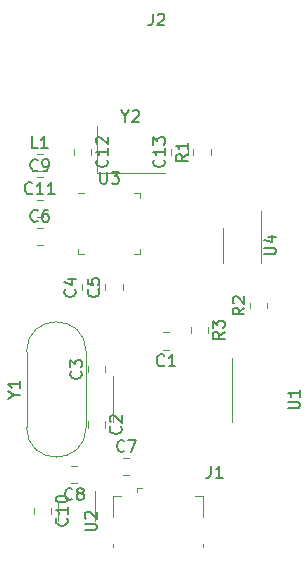
<source format=gbr>
%TF.GenerationSoftware,KiCad,Pcbnew,(6.0.2)*%
%TF.CreationDate,2022-03-11T22:28:15+02:00*%
%TF.ProjectId,project1,70726f6a-6563-4743-912e-6b696361645f,rev?*%
%TF.SameCoordinates,Original*%
%TF.FileFunction,Legend,Top*%
%TF.FilePolarity,Positive*%
%FSLAX46Y46*%
G04 Gerber Fmt 4.6, Leading zero omitted, Abs format (unit mm)*
G04 Created by KiCad (PCBNEW (6.0.2)) date 2022-03-11 22:28:15*
%MOMM*%
%LPD*%
G01*
G04 APERTURE LIST*
%ADD10C,0.150000*%
%ADD11C,0.120000*%
G04 APERTURE END LIST*
D10*
%TO.C,C9*%
X54791833Y-102536042D02*
X54744214Y-102583661D01*
X54601357Y-102631280D01*
X54506119Y-102631280D01*
X54363261Y-102583661D01*
X54268023Y-102488423D01*
X54220404Y-102393185D01*
X54172785Y-102202709D01*
X54172785Y-102059852D01*
X54220404Y-101869376D01*
X54268023Y-101774138D01*
X54363261Y-101678900D01*
X54506119Y-101631280D01*
X54601357Y-101631280D01*
X54744214Y-101678900D01*
X54791833Y-101726519D01*
X55268023Y-102631280D02*
X55458500Y-102631280D01*
X55553738Y-102583661D01*
X55601357Y-102536042D01*
X55696595Y-102393185D01*
X55744214Y-102202709D01*
X55744214Y-101821757D01*
X55696595Y-101726519D01*
X55648976Y-101678900D01*
X55553738Y-101631280D01*
X55363261Y-101631280D01*
X55268023Y-101678900D01*
X55220404Y-101726519D01*
X55172785Y-101821757D01*
X55172785Y-102059852D01*
X55220404Y-102155090D01*
X55268023Y-102202709D01*
X55363261Y-102250328D01*
X55553738Y-102250328D01*
X55648976Y-102202709D01*
X55696595Y-102155090D01*
X55744214Y-102059852D01*
%TO.C,R1*%
X67502380Y-101179166D02*
X67026190Y-101512500D01*
X67502380Y-101750595D02*
X66502380Y-101750595D01*
X66502380Y-101369642D01*
X66550000Y-101274404D01*
X66597619Y-101226785D01*
X66692857Y-101179166D01*
X66835714Y-101179166D01*
X66930952Y-101226785D01*
X66978571Y-101274404D01*
X67026190Y-101369642D01*
X67026190Y-101750595D01*
X67502380Y-100226785D02*
X67502380Y-100798214D01*
X67502380Y-100512500D02*
X66502380Y-100512500D01*
X66645238Y-100607738D01*
X66740476Y-100702976D01*
X66788095Y-100798214D01*
%TO.C,C1*%
X65498133Y-119060542D02*
X65450514Y-119108161D01*
X65307657Y-119155780D01*
X65212419Y-119155780D01*
X65069561Y-119108161D01*
X64974323Y-119012923D01*
X64926704Y-118917685D01*
X64879085Y-118727209D01*
X64879085Y-118584352D01*
X64926704Y-118393876D01*
X64974323Y-118298638D01*
X65069561Y-118203400D01*
X65212419Y-118155780D01*
X65307657Y-118155780D01*
X65450514Y-118203400D01*
X65498133Y-118251019D01*
X66450514Y-119155780D02*
X65879085Y-119155780D01*
X66164800Y-119155780D02*
X66164800Y-118155780D01*
X66069561Y-118298638D01*
X65974323Y-118393876D01*
X65879085Y-118441495D01*
%TO.C,U1*%
X75970180Y-122712904D02*
X76779704Y-122712904D01*
X76874942Y-122665285D01*
X76922561Y-122617666D01*
X76970180Y-122522428D01*
X76970180Y-122331952D01*
X76922561Y-122236714D01*
X76874942Y-122189095D01*
X76779704Y-122141476D01*
X75970180Y-122141476D01*
X76970180Y-121141476D02*
X76970180Y-121712904D01*
X76970180Y-121427190D02*
X75970180Y-121427190D01*
X76113038Y-121522428D01*
X76208276Y-121617666D01*
X76255895Y-121712904D01*
%TO.C,C13*%
X65458142Y-101664257D02*
X65505761Y-101711876D01*
X65553380Y-101854733D01*
X65553380Y-101949971D01*
X65505761Y-102092828D01*
X65410523Y-102188066D01*
X65315285Y-102235685D01*
X65124809Y-102283304D01*
X64981952Y-102283304D01*
X64791476Y-102235685D01*
X64696238Y-102188066D01*
X64601000Y-102092828D01*
X64553380Y-101949971D01*
X64553380Y-101854733D01*
X64601000Y-101711876D01*
X64648619Y-101664257D01*
X65553380Y-100711876D02*
X65553380Y-101283304D01*
X65553380Y-100997590D02*
X64553380Y-100997590D01*
X64696238Y-101092828D01*
X64791476Y-101188066D01*
X64839095Y-101283304D01*
X64553380Y-100378542D02*
X64553380Y-99759495D01*
X64934333Y-100092828D01*
X64934333Y-99949971D01*
X64981952Y-99854733D01*
X65029571Y-99807114D01*
X65124809Y-99759495D01*
X65362904Y-99759495D01*
X65458142Y-99807114D01*
X65505761Y-99854733D01*
X65553380Y-99949971D01*
X65553380Y-100235685D01*
X65505761Y-100330923D01*
X65458142Y-100378542D01*
%TO.C,C3*%
X58443542Y-119581566D02*
X58491161Y-119629185D01*
X58538780Y-119772042D01*
X58538780Y-119867280D01*
X58491161Y-120010138D01*
X58395923Y-120105376D01*
X58300685Y-120152995D01*
X58110209Y-120200614D01*
X57967352Y-120200614D01*
X57776876Y-120152995D01*
X57681638Y-120105376D01*
X57586400Y-120010138D01*
X57538780Y-119867280D01*
X57538780Y-119772042D01*
X57586400Y-119629185D01*
X57634019Y-119581566D01*
X57538780Y-119248233D02*
X57538780Y-118629185D01*
X57919733Y-118962519D01*
X57919733Y-118819661D01*
X57967352Y-118724423D01*
X58014971Y-118676804D01*
X58110209Y-118629185D01*
X58348304Y-118629185D01*
X58443542Y-118676804D01*
X58491161Y-118724423D01*
X58538780Y-118819661D01*
X58538780Y-119105376D01*
X58491161Y-119200614D01*
X58443542Y-119248233D01*
%TO.C,R3*%
X70611980Y-116240866D02*
X70135790Y-116574200D01*
X70611980Y-116812295D02*
X69611980Y-116812295D01*
X69611980Y-116431342D01*
X69659600Y-116336104D01*
X69707219Y-116288485D01*
X69802457Y-116240866D01*
X69945314Y-116240866D01*
X70040552Y-116288485D01*
X70088171Y-116336104D01*
X70135790Y-116431342D01*
X70135790Y-116812295D01*
X69611980Y-115907533D02*
X69611980Y-115288485D01*
X69992933Y-115621819D01*
X69992933Y-115478961D01*
X70040552Y-115383723D01*
X70088171Y-115336104D01*
X70183409Y-115288485D01*
X70421504Y-115288485D01*
X70516742Y-115336104D01*
X70564361Y-115383723D01*
X70611980Y-115478961D01*
X70611980Y-115764676D01*
X70564361Y-115859914D01*
X70516742Y-115907533D01*
%TO.C,C11*%
X54315642Y-104485842D02*
X54268023Y-104533461D01*
X54125166Y-104581080D01*
X54029928Y-104581080D01*
X53887071Y-104533461D01*
X53791833Y-104438223D01*
X53744214Y-104342985D01*
X53696595Y-104152509D01*
X53696595Y-104009652D01*
X53744214Y-103819176D01*
X53791833Y-103723938D01*
X53887071Y-103628700D01*
X54029928Y-103581080D01*
X54125166Y-103581080D01*
X54268023Y-103628700D01*
X54315642Y-103676319D01*
X55268023Y-104581080D02*
X54696595Y-104581080D01*
X54982309Y-104581080D02*
X54982309Y-103581080D01*
X54887071Y-103723938D01*
X54791833Y-103819176D01*
X54696595Y-103866795D01*
X56220404Y-104581080D02*
X55648976Y-104581080D01*
X55934690Y-104581080D02*
X55934690Y-103581080D01*
X55839452Y-103723938D01*
X55744214Y-103819176D01*
X55648976Y-103866795D01*
%TO.C,Y1*%
X52819590Y-121590590D02*
X53295780Y-121590590D01*
X52295780Y-121923923D02*
X52819590Y-121590590D01*
X52295780Y-121257257D01*
X53295780Y-120400114D02*
X53295780Y-120971542D01*
X53295780Y-120685828D02*
X52295780Y-120685828D01*
X52438638Y-120781066D01*
X52533876Y-120876304D01*
X52581495Y-120971542D01*
%TO.C,U4*%
X73962380Y-109671904D02*
X74771904Y-109671904D01*
X74867142Y-109624285D01*
X74914761Y-109576666D01*
X74962380Y-109481428D01*
X74962380Y-109290952D01*
X74914761Y-109195714D01*
X74867142Y-109148095D01*
X74771904Y-109100476D01*
X73962380Y-109100476D01*
X74295714Y-108195714D02*
X74962380Y-108195714D01*
X73914761Y-108433809D02*
X74629047Y-108671904D01*
X74629047Y-108052857D01*
%TO.C,U2*%
X58779580Y-133050704D02*
X59589104Y-133050704D01*
X59684342Y-133003085D01*
X59731961Y-132955466D01*
X59779580Y-132860228D01*
X59779580Y-132669752D01*
X59731961Y-132574514D01*
X59684342Y-132526895D01*
X59589104Y-132479276D01*
X58779580Y-132479276D01*
X58874819Y-132050704D02*
X58827200Y-132003085D01*
X58779580Y-131907847D01*
X58779580Y-131669752D01*
X58827200Y-131574514D01*
X58874819Y-131526895D01*
X58970057Y-131479276D01*
X59065295Y-131479276D01*
X59208152Y-131526895D01*
X59779580Y-132098323D01*
X59779580Y-131479276D01*
%TO.C,L1*%
X54791833Y-100681480D02*
X54315642Y-100681480D01*
X54315642Y-99681480D01*
X55648976Y-100681480D02*
X55077547Y-100681480D01*
X55363261Y-100681480D02*
X55363261Y-99681480D01*
X55268023Y-99824338D01*
X55172785Y-99919576D01*
X55077547Y-99967195D01*
%TO.C,R2*%
X72292380Y-114186666D02*
X71816190Y-114520000D01*
X72292380Y-114758095D02*
X71292380Y-114758095D01*
X71292380Y-114377142D01*
X71340000Y-114281904D01*
X71387619Y-114234285D01*
X71482857Y-114186666D01*
X71625714Y-114186666D01*
X71720952Y-114234285D01*
X71768571Y-114281904D01*
X71816190Y-114377142D01*
X71816190Y-114758095D01*
X71387619Y-113805714D02*
X71340000Y-113758095D01*
X71292380Y-113662857D01*
X71292380Y-113424761D01*
X71340000Y-113329523D01*
X71387619Y-113281904D01*
X71482857Y-113234285D01*
X71578095Y-113234285D01*
X71720952Y-113281904D01*
X72292380Y-113853333D01*
X72292380Y-113234285D01*
%TO.C,C6*%
X54791833Y-106818242D02*
X54744214Y-106865861D01*
X54601357Y-106913480D01*
X54506119Y-106913480D01*
X54363261Y-106865861D01*
X54268023Y-106770623D01*
X54220404Y-106675385D01*
X54172785Y-106484909D01*
X54172785Y-106342052D01*
X54220404Y-106151576D01*
X54268023Y-106056338D01*
X54363261Y-105961100D01*
X54506119Y-105913480D01*
X54601357Y-105913480D01*
X54744214Y-105961100D01*
X54791833Y-106008719D01*
X55648976Y-105913480D02*
X55458500Y-105913480D01*
X55363261Y-105961100D01*
X55315642Y-106008719D01*
X55220404Y-106151576D01*
X55172785Y-106342052D01*
X55172785Y-106723004D01*
X55220404Y-106818242D01*
X55268023Y-106865861D01*
X55363261Y-106913480D01*
X55553738Y-106913480D01*
X55648976Y-106865861D01*
X55696595Y-106818242D01*
X55744214Y-106723004D01*
X55744214Y-106484909D01*
X55696595Y-106389671D01*
X55648976Y-106342052D01*
X55553738Y-106294433D01*
X55363261Y-106294433D01*
X55268023Y-106342052D01*
X55220404Y-106389671D01*
X55172785Y-106484909D01*
%TO.C,U3*%
X60088095Y-102694880D02*
X60088095Y-103504404D01*
X60135714Y-103599642D01*
X60183333Y-103647261D01*
X60278571Y-103694880D01*
X60469047Y-103694880D01*
X60564285Y-103647261D01*
X60611904Y-103599642D01*
X60659523Y-103504404D01*
X60659523Y-102694880D01*
X61040476Y-102694880D02*
X61659523Y-102694880D01*
X61326190Y-103075833D01*
X61469047Y-103075833D01*
X61564285Y-103123452D01*
X61611904Y-103171071D01*
X61659523Y-103266309D01*
X61659523Y-103504404D01*
X61611904Y-103599642D01*
X61564285Y-103647261D01*
X61469047Y-103694880D01*
X61183333Y-103694880D01*
X61088095Y-103647261D01*
X61040476Y-103599642D01*
%TO.C,C4*%
X57937142Y-112639166D02*
X57984761Y-112686785D01*
X58032380Y-112829642D01*
X58032380Y-112924880D01*
X57984761Y-113067738D01*
X57889523Y-113162976D01*
X57794285Y-113210595D01*
X57603809Y-113258214D01*
X57460952Y-113258214D01*
X57270476Y-113210595D01*
X57175238Y-113162976D01*
X57080000Y-113067738D01*
X57032380Y-112924880D01*
X57032380Y-112829642D01*
X57080000Y-112686785D01*
X57127619Y-112639166D01*
X57365714Y-111782023D02*
X58032380Y-111782023D01*
X56984761Y-112020119D02*
X57699047Y-112258214D01*
X57699047Y-111639166D01*
%TO.C,C10*%
X57237142Y-132017257D02*
X57284761Y-132064876D01*
X57332380Y-132207733D01*
X57332380Y-132302971D01*
X57284761Y-132445828D01*
X57189523Y-132541066D01*
X57094285Y-132588685D01*
X56903809Y-132636304D01*
X56760952Y-132636304D01*
X56570476Y-132588685D01*
X56475238Y-132541066D01*
X56380000Y-132445828D01*
X56332380Y-132302971D01*
X56332380Y-132207733D01*
X56380000Y-132064876D01*
X56427619Y-132017257D01*
X57332380Y-131064876D02*
X57332380Y-131636304D01*
X57332380Y-131350590D02*
X56332380Y-131350590D01*
X56475238Y-131445828D01*
X56570476Y-131541066D01*
X56618095Y-131636304D01*
X56332380Y-130445828D02*
X56332380Y-130350590D01*
X56380000Y-130255352D01*
X56427619Y-130207733D01*
X56522857Y-130160114D01*
X56713333Y-130112495D01*
X56951428Y-130112495D01*
X57141904Y-130160114D01*
X57237142Y-130207733D01*
X57284761Y-130255352D01*
X57332380Y-130350590D01*
X57332380Y-130445828D01*
X57284761Y-130541066D01*
X57237142Y-130588685D01*
X57141904Y-130636304D01*
X56951428Y-130683923D01*
X56713333Y-130683923D01*
X56522857Y-130636304D01*
X56427619Y-130588685D01*
X56380000Y-130541066D01*
X56332380Y-130445828D01*
%TO.C,C7*%
X62119933Y-126317742D02*
X62072314Y-126365361D01*
X61929457Y-126412980D01*
X61834219Y-126412980D01*
X61691361Y-126365361D01*
X61596123Y-126270123D01*
X61548504Y-126174885D01*
X61500885Y-125984409D01*
X61500885Y-125841552D01*
X61548504Y-125651076D01*
X61596123Y-125555838D01*
X61691361Y-125460600D01*
X61834219Y-125412980D01*
X61929457Y-125412980D01*
X62072314Y-125460600D01*
X62119933Y-125508219D01*
X62453266Y-125412980D02*
X63119933Y-125412980D01*
X62691361Y-126412980D01*
%TO.C,C5*%
X59918342Y-112639166D02*
X59965961Y-112686785D01*
X60013580Y-112829642D01*
X60013580Y-112924880D01*
X59965961Y-113067738D01*
X59870723Y-113162976D01*
X59775485Y-113210595D01*
X59585009Y-113258214D01*
X59442152Y-113258214D01*
X59251676Y-113210595D01*
X59156438Y-113162976D01*
X59061200Y-113067738D01*
X59013580Y-112924880D01*
X59013580Y-112829642D01*
X59061200Y-112686785D01*
X59108819Y-112639166D01*
X59013580Y-111734404D02*
X59013580Y-112210595D01*
X59489771Y-112258214D01*
X59442152Y-112210595D01*
X59394533Y-112115357D01*
X59394533Y-111877261D01*
X59442152Y-111782023D01*
X59489771Y-111734404D01*
X59585009Y-111686785D01*
X59823104Y-111686785D01*
X59918342Y-111734404D01*
X59965961Y-111782023D01*
X60013580Y-111877261D01*
X60013580Y-112115357D01*
X59965961Y-112210595D01*
X59918342Y-112258214D01*
%TO.C,J1*%
X69456466Y-127583780D02*
X69456466Y-128298066D01*
X69408847Y-128440923D01*
X69313609Y-128536161D01*
X69170752Y-128583780D01*
X69075514Y-128583780D01*
X70456466Y-128583780D02*
X69885038Y-128583780D01*
X70170752Y-128583780D02*
X70170752Y-127583780D01*
X70075514Y-127726638D01*
X69980276Y-127821876D01*
X69885038Y-127869495D01*
%TO.C,C8*%
X57723533Y-130363542D02*
X57675914Y-130411161D01*
X57533057Y-130458780D01*
X57437819Y-130458780D01*
X57294961Y-130411161D01*
X57199723Y-130315923D01*
X57152104Y-130220685D01*
X57104485Y-130030209D01*
X57104485Y-129887352D01*
X57152104Y-129696876D01*
X57199723Y-129601638D01*
X57294961Y-129506400D01*
X57437819Y-129458780D01*
X57533057Y-129458780D01*
X57675914Y-129506400D01*
X57723533Y-129554019D01*
X58294961Y-129887352D02*
X58199723Y-129839733D01*
X58152104Y-129792114D01*
X58104485Y-129696876D01*
X58104485Y-129649257D01*
X58152104Y-129554019D01*
X58199723Y-129506400D01*
X58294961Y-129458780D01*
X58485438Y-129458780D01*
X58580676Y-129506400D01*
X58628295Y-129554019D01*
X58675914Y-129649257D01*
X58675914Y-129696876D01*
X58628295Y-129792114D01*
X58580676Y-129839733D01*
X58485438Y-129887352D01*
X58294961Y-129887352D01*
X58199723Y-129934971D01*
X58152104Y-129982590D01*
X58104485Y-130077828D01*
X58104485Y-130268304D01*
X58152104Y-130363542D01*
X58199723Y-130411161D01*
X58294961Y-130458780D01*
X58485438Y-130458780D01*
X58580676Y-130411161D01*
X58628295Y-130363542D01*
X58675914Y-130268304D01*
X58675914Y-130077828D01*
X58628295Y-129982590D01*
X58580676Y-129934971D01*
X58485438Y-129887352D01*
%TO.C,C2*%
X61803542Y-124247366D02*
X61851161Y-124294985D01*
X61898780Y-124437842D01*
X61898780Y-124533080D01*
X61851161Y-124675938D01*
X61755923Y-124771176D01*
X61660685Y-124818795D01*
X61470209Y-124866414D01*
X61327352Y-124866414D01*
X61136876Y-124818795D01*
X61041638Y-124771176D01*
X60946400Y-124675938D01*
X60898780Y-124533080D01*
X60898780Y-124437842D01*
X60946400Y-124294985D01*
X60994019Y-124247366D01*
X60994019Y-123866414D02*
X60946400Y-123818795D01*
X60898780Y-123723557D01*
X60898780Y-123485461D01*
X60946400Y-123390223D01*
X60994019Y-123342604D01*
X61089257Y-123294985D01*
X61184495Y-123294985D01*
X61327352Y-123342604D01*
X61898780Y-123914033D01*
X61898780Y-123294985D01*
%TO.C,C12*%
X60633142Y-101651757D02*
X60680761Y-101699376D01*
X60728380Y-101842233D01*
X60728380Y-101937471D01*
X60680761Y-102080328D01*
X60585523Y-102175566D01*
X60490285Y-102223185D01*
X60299809Y-102270804D01*
X60156952Y-102270804D01*
X59966476Y-102223185D01*
X59871238Y-102175566D01*
X59776000Y-102080328D01*
X59728380Y-101937471D01*
X59728380Y-101842233D01*
X59776000Y-101699376D01*
X59823619Y-101651757D01*
X60728380Y-100699376D02*
X60728380Y-101270804D01*
X60728380Y-100985090D02*
X59728380Y-100985090D01*
X59871238Y-101080328D01*
X59966476Y-101175566D01*
X60014095Y-101270804D01*
X59823619Y-100318423D02*
X59776000Y-100270804D01*
X59728380Y-100175566D01*
X59728380Y-99937471D01*
X59776000Y-99842233D01*
X59823619Y-99794614D01*
X59918857Y-99746995D01*
X60014095Y-99746995D01*
X60156952Y-99794614D01*
X60728380Y-100366042D01*
X60728380Y-99746995D01*
%TO.C,Y2*%
X62204809Y-97977590D02*
X62204809Y-98453780D01*
X61871476Y-97453780D02*
X62204809Y-97977590D01*
X62538142Y-97453780D01*
X62823857Y-97549019D02*
X62871476Y-97501400D01*
X62966714Y-97453780D01*
X63204809Y-97453780D01*
X63300047Y-97501400D01*
X63347666Y-97549019D01*
X63395285Y-97644257D01*
X63395285Y-97739495D01*
X63347666Y-97882352D01*
X62776238Y-98453780D01*
X63395285Y-98453780D01*
%TO.C,J2*%
X64525566Y-89292180D02*
X64525566Y-90006466D01*
X64477947Y-90149323D01*
X64382709Y-90244561D01*
X64239852Y-90292180D01*
X64144614Y-90292180D01*
X64954138Y-89387419D02*
X65001757Y-89339800D01*
X65096995Y-89292180D01*
X65335090Y-89292180D01*
X65430328Y-89339800D01*
X65477947Y-89387419D01*
X65525566Y-89482657D01*
X65525566Y-89577895D01*
X65477947Y-89720752D01*
X64906519Y-90292180D01*
X65525566Y-90292180D01*
D11*
%TO.C,C9*%
X54697248Y-104593900D02*
X55219752Y-104593900D01*
X54697248Y-103123900D02*
X55219752Y-103123900D01*
%TO.C,R1*%
X67965000Y-101239564D02*
X67965000Y-100785436D01*
X69435000Y-101239564D02*
X69435000Y-100785436D01*
%TO.C,C1*%
X65926052Y-117758400D02*
X65403548Y-117758400D01*
X65926052Y-116288400D02*
X65403548Y-116288400D01*
%TO.C,U1*%
X61163600Y-121900200D02*
X61163600Y-123850200D01*
X71283600Y-121900200D02*
X71283600Y-123850200D01*
X71283600Y-121900200D02*
X71283600Y-118450200D01*
X61163600Y-121900200D02*
X61163600Y-119950200D01*
%TO.C,C13*%
X66046000Y-101282652D02*
X66046000Y-100760148D01*
X67516000Y-101282652D02*
X67516000Y-100760148D01*
%TO.C,C3*%
X60501400Y-119676152D02*
X60501400Y-119153648D01*
X59031400Y-119676152D02*
X59031400Y-119153648D01*
%TO.C,R3*%
X69244600Y-115847136D02*
X69244600Y-116301264D01*
X67774600Y-115847136D02*
X67774600Y-116301264D01*
%TO.C,C11*%
X54697248Y-106543700D02*
X55219752Y-106543700D01*
X54697248Y-105073700D02*
X55219752Y-105073700D01*
%TO.C,Y1*%
X58893400Y-124314400D02*
X58893400Y-117914400D01*
X53843400Y-124314400D02*
X53843400Y-117914400D01*
X53843400Y-124314400D02*
G75*
G03*
X58893400Y-124314400I2525000J0D01*
G01*
X58893400Y-117914400D02*
G75*
G03*
X53843400Y-117914400I-2525000J0D01*
G01*
%TO.C,U4*%
X70450000Y-108910000D02*
X70450000Y-107410000D01*
X70450000Y-108910000D02*
X70450000Y-110410000D01*
X73670000Y-108910000D02*
X73670000Y-110410000D01*
X73670000Y-108910000D02*
X73670000Y-105985000D01*
%TO.C,U2*%
X59630200Y-131476000D02*
X59630200Y-129676000D01*
X56510200Y-131476000D02*
X56510200Y-130676000D01*
X59630200Y-131476000D02*
X59630200Y-132276000D01*
X56510200Y-131476000D02*
X56510200Y-132276000D01*
%TO.C,L1*%
X54697248Y-102644100D02*
X55219752Y-102644100D01*
X54697248Y-101174100D02*
X55219752Y-101174100D01*
%TO.C,R2*%
X74225000Y-114247064D02*
X74225000Y-113792936D01*
X72755000Y-114247064D02*
X72755000Y-113792936D01*
%TO.C,C6*%
X54697248Y-107406100D02*
X55219752Y-107406100D01*
X54697248Y-108876100D02*
X55219752Y-108876100D01*
%TO.C,U3*%
X58240000Y-109672500D02*
X58240000Y-109197500D01*
X62985000Y-109672500D02*
X63460000Y-109672500D01*
X58715000Y-104452500D02*
X58240000Y-104452500D01*
X63460000Y-104452500D02*
X63460000Y-104927500D01*
X63460000Y-109672500D02*
X63460000Y-109197500D01*
X62985000Y-104452500D02*
X63460000Y-104452500D01*
X58715000Y-109672500D02*
X58240000Y-109672500D01*
%TO.C,C4*%
X58525000Y-112733752D02*
X58525000Y-112211248D01*
X59995000Y-112733752D02*
X59995000Y-112211248D01*
%TO.C,C10*%
X54465000Y-131113148D02*
X54465000Y-131635652D01*
X55935000Y-131113148D02*
X55935000Y-131635652D01*
%TO.C,C7*%
X62025348Y-126905600D02*
X62547852Y-126905600D01*
X62025348Y-128375600D02*
X62547852Y-128375600D01*
%TO.C,C5*%
X60506200Y-112733752D02*
X60506200Y-112211248D01*
X61976200Y-112733752D02*
X61976200Y-112211248D01*
%TO.C,J1*%
X61143600Y-134447000D02*
X61143600Y-134237000D01*
X61143600Y-131877000D02*
X61143600Y-130147000D01*
X68763600Y-134447000D02*
X68763600Y-134237000D01*
X68763600Y-130147000D02*
X68113600Y-130147000D01*
X63193600Y-129447000D02*
X63643600Y-129447000D01*
X63193600Y-129447000D02*
X63193600Y-129837000D01*
X61143600Y-130147000D02*
X61803600Y-130147000D01*
X68763600Y-131877000D02*
X68763600Y-130147000D01*
%TO.C,C8*%
X58151452Y-127591400D02*
X57628948Y-127591400D01*
X58151452Y-129061400D02*
X57628948Y-129061400D01*
%TO.C,C2*%
X60501400Y-123819448D02*
X60501400Y-124341952D01*
X59031400Y-123819448D02*
X59031400Y-124341952D01*
%TO.C,C12*%
X57861000Y-100747648D02*
X57861000Y-101270152D01*
X59331000Y-100747648D02*
X59331000Y-101270152D01*
%TO.C,Y2*%
X59781000Y-98801400D02*
X59781000Y-102801400D01*
X59781000Y-102801400D02*
X65581000Y-102801400D01*
%TD*%
M02*

</source>
